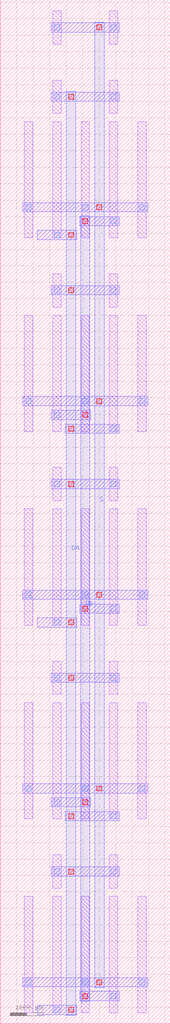
<source format=lef>
MACRO SCM_PMOS_85912433_X1_Y5
  UNITS 
    DATABASE MICRONS UNITS 1000;
  END UNITS 
  ORIGIN 0 0 ;
  FOREIGN SCM_PMOS_85912433_X1_Y5 0 0 ;
  SIZE 5160 BY 31080 ;
  PIN DA
    DIRECTION INOUT ;
    USE SIGNAL ;
    PORT
      LAYER M3 ;
        RECT 2010 260 2290 28300 ;
    END
  END DA
  PIN DB
    DIRECTION INOUT ;
    USE SIGNAL ;
    PORT
      LAYER M3 ;
        RECT 2440 680 2720 24520 ;
    END
  END DB
  PIN S
    DIRECTION INOUT ;
    USE SIGNAL ;
    PORT
      LAYER M3 ;
        RECT 2870 1100 3150 30400 ;
    END
  END S
  OBS
    LAYER M1 ;
      RECT 1595 335 1845 3865 ;
    LAYER M1 ;
      RECT 1595 4115 1845 5125 ;
    LAYER M1 ;
      RECT 1595 6215 1845 9745 ;
    LAYER M1 ;
      RECT 1595 9995 1845 11005 ;
    LAYER M1 ;
      RECT 1595 12095 1845 15625 ;
    LAYER M1 ;
      RECT 1595 15875 1845 16885 ;
    LAYER M1 ;
      RECT 1595 17975 1845 21505 ;
    LAYER M1 ;
      RECT 1595 21755 1845 22765 ;
    LAYER M1 ;
      RECT 1595 23855 1845 27385 ;
    LAYER M1 ;
      RECT 1595 27635 1845 28645 ;
    LAYER M1 ;
      RECT 1595 29735 1845 30745 ;
    LAYER M1 ;
      RECT 735 335 985 3865 ;
    LAYER M1 ;
      RECT 735 6215 985 9745 ;
    LAYER M1 ;
      RECT 735 12095 985 15625 ;
    LAYER M1 ;
      RECT 735 17975 985 21505 ;
    LAYER M1 ;
      RECT 735 23855 985 27385 ;
    LAYER M1 ;
      RECT 2455 335 2705 3865 ;
    LAYER M1 ;
      RECT 2455 6215 2705 9745 ;
    LAYER M1 ;
      RECT 2455 12095 2705 15625 ;
    LAYER M1 ;
      RECT 2455 17975 2705 21505 ;
    LAYER M1 ;
      RECT 2455 23855 2705 27385 ;
    LAYER M1 ;
      RECT 3315 335 3565 3865 ;
    LAYER M1 ;
      RECT 3315 4115 3565 5125 ;
    LAYER M1 ;
      RECT 3315 6215 3565 9745 ;
    LAYER M1 ;
      RECT 3315 9995 3565 11005 ;
    LAYER M1 ;
      RECT 3315 12095 3565 15625 ;
    LAYER M1 ;
      RECT 3315 15875 3565 16885 ;
    LAYER M1 ;
      RECT 3315 17975 3565 21505 ;
    LAYER M1 ;
      RECT 3315 21755 3565 22765 ;
    LAYER M1 ;
      RECT 3315 23855 3565 27385 ;
    LAYER M1 ;
      RECT 3315 27635 3565 28645 ;
    LAYER M1 ;
      RECT 3315 29735 3565 30745 ;
    LAYER M1 ;
      RECT 4175 335 4425 3865 ;
    LAYER M1 ;
      RECT 4175 6215 4425 9745 ;
    LAYER M1 ;
      RECT 4175 12095 4425 15625 ;
    LAYER M1 ;
      RECT 4175 17975 4425 21505 ;
    LAYER M1 ;
      RECT 4175 23855 4425 27385 ;
    LAYER M2 ;
      RECT 1120 280 2320 560 ;
    LAYER M2 ;
      RECT 1550 4480 3610 4760 ;
    LAYER M2 ;
      RECT 2410 700 3610 980 ;
    LAYER M2 ;
      RECT 690 1120 4470 1400 ;
    LAYER M2 ;
      RECT 1980 6160 3610 6440 ;
    LAYER M2 ;
      RECT 1550 10360 3610 10640 ;
    LAYER M2 ;
      RECT 1550 6580 2750 6860 ;
    LAYER M2 ;
      RECT 690 7000 4470 7280 ;
    LAYER M2 ;
      RECT 1120 12040 2320 12320 ;
    LAYER M2 ;
      RECT 1550 16240 3610 16520 ;
    LAYER M2 ;
      RECT 2410 12460 3610 12740 ;
    LAYER M2 ;
      RECT 690 12880 4470 13160 ;
    LAYER M2 ;
      RECT 1980 17920 3610 18200 ;
    LAYER M2 ;
      RECT 1550 22120 3610 22400 ;
    LAYER M2 ;
      RECT 1550 18340 2750 18620 ;
    LAYER M2 ;
      RECT 690 18760 4470 19040 ;
    LAYER M2 ;
      RECT 1120 23800 2320 24080 ;
    LAYER M2 ;
      RECT 1550 28000 3610 28280 ;
    LAYER M2 ;
      RECT 2410 24220 3610 24500 ;
    LAYER M2 ;
      RECT 690 24640 4470 24920 ;
    LAYER M2 ;
      RECT 1550 30100 3610 30380 ;
    LAYER V1 ;
      RECT 1635 335 1805 505 ;
    LAYER V1 ;
      RECT 1635 4535 1805 4705 ;
    LAYER V1 ;
      RECT 1635 6635 1805 6805 ;
    LAYER V1 ;
      RECT 1635 10415 1805 10585 ;
    LAYER V1 ;
      RECT 1635 12095 1805 12265 ;
    LAYER V1 ;
      RECT 1635 16295 1805 16465 ;
    LAYER V1 ;
      RECT 1635 18395 1805 18565 ;
    LAYER V1 ;
      RECT 1635 22175 1805 22345 ;
    LAYER V1 ;
      RECT 1635 23855 1805 24025 ;
    LAYER V1 ;
      RECT 1635 28055 1805 28225 ;
    LAYER V1 ;
      RECT 1635 30155 1805 30325 ;
    LAYER V1 ;
      RECT 3355 755 3525 925 ;
    LAYER V1 ;
      RECT 3355 4535 3525 4705 ;
    LAYER V1 ;
      RECT 3355 6215 3525 6385 ;
    LAYER V1 ;
      RECT 3355 10415 3525 10585 ;
    LAYER V1 ;
      RECT 3355 12515 3525 12685 ;
    LAYER V1 ;
      RECT 3355 16295 3525 16465 ;
    LAYER V1 ;
      RECT 3355 17975 3525 18145 ;
    LAYER V1 ;
      RECT 3355 22175 3525 22345 ;
    LAYER V1 ;
      RECT 3355 24275 3525 24445 ;
    LAYER V1 ;
      RECT 3355 28055 3525 28225 ;
    LAYER V1 ;
      RECT 3355 30155 3525 30325 ;
    LAYER V1 ;
      RECT 775 1175 945 1345 ;
    LAYER V1 ;
      RECT 775 7055 945 7225 ;
    LAYER V1 ;
      RECT 775 12935 945 13105 ;
    LAYER V1 ;
      RECT 775 18815 945 18985 ;
    LAYER V1 ;
      RECT 775 24695 945 24865 ;
    LAYER V1 ;
      RECT 4215 1175 4385 1345 ;
    LAYER V1 ;
      RECT 4215 7055 4385 7225 ;
    LAYER V1 ;
      RECT 4215 12935 4385 13105 ;
    LAYER V1 ;
      RECT 4215 18815 4385 18985 ;
    LAYER V1 ;
      RECT 4215 24695 4385 24865 ;
    LAYER V1 ;
      RECT 2495 1175 2665 1345 ;
    LAYER V1 ;
      RECT 2495 7055 2665 7225 ;
    LAYER V1 ;
      RECT 2495 12935 2665 13105 ;
    LAYER V1 ;
      RECT 2495 18815 2665 18985 ;
    LAYER V1 ;
      RECT 2495 24695 2665 24865 ;
    LAYER V2 ;
      RECT 2075 345 2225 495 ;
    LAYER V2 ;
      RECT 2075 4545 2225 4695 ;
    LAYER V2 ;
      RECT 2075 6225 2225 6375 ;
    LAYER V2 ;
      RECT 2075 10425 2225 10575 ;
    LAYER V2 ;
      RECT 2075 12105 2225 12255 ;
    LAYER V2 ;
      RECT 2075 16305 2225 16455 ;
    LAYER V2 ;
      RECT 2075 17985 2225 18135 ;
    LAYER V2 ;
      RECT 2075 22185 2225 22335 ;
    LAYER V2 ;
      RECT 2075 23865 2225 24015 ;
    LAYER V2 ;
      RECT 2075 28065 2225 28215 ;
    LAYER V2 ;
      RECT 2505 765 2655 915 ;
    LAYER V2 ;
      RECT 2505 6645 2655 6795 ;
    LAYER V2 ;
      RECT 2505 12525 2655 12675 ;
    LAYER V2 ;
      RECT 2505 18405 2655 18555 ;
    LAYER V2 ;
      RECT 2505 24285 2655 24435 ;
    LAYER V2 ;
      RECT 2935 1185 3085 1335 ;
    LAYER V2 ;
      RECT 2935 7065 3085 7215 ;
    LAYER V2 ;
      RECT 2935 12945 3085 13095 ;
    LAYER V2 ;
      RECT 2935 18825 3085 18975 ;
    LAYER V2 ;
      RECT 2935 24705 3085 24855 ;
    LAYER V2 ;
      RECT 2935 30165 3085 30315 ;
  END
END SCM_PMOS_85912433_X1_Y5

</source>
